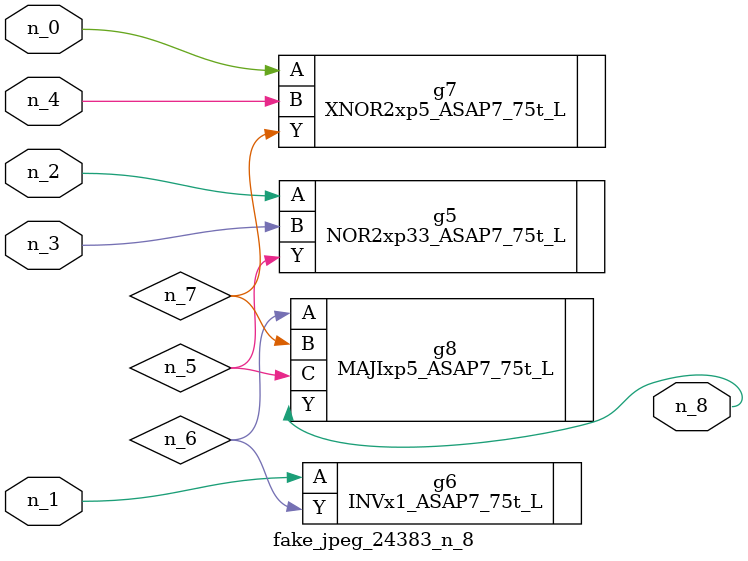
<source format=v>
module fake_jpeg_24383_n_8 (n_3, n_2, n_1, n_0, n_4, n_8);

input n_3;
input n_2;
input n_1;
input n_0;
input n_4;

output n_8;

wire n_6;
wire n_5;
wire n_7;

NOR2xp33_ASAP7_75t_L g5 ( 
.A(n_2),
.B(n_3),
.Y(n_5)
);

INVx1_ASAP7_75t_L g6 ( 
.A(n_1),
.Y(n_6)
);

XNOR2xp5_ASAP7_75t_L g7 ( 
.A(n_0),
.B(n_4),
.Y(n_7)
);

MAJIxp5_ASAP7_75t_L g8 ( 
.A(n_6),
.B(n_7),
.C(n_5),
.Y(n_8)
);


endmodule
</source>
